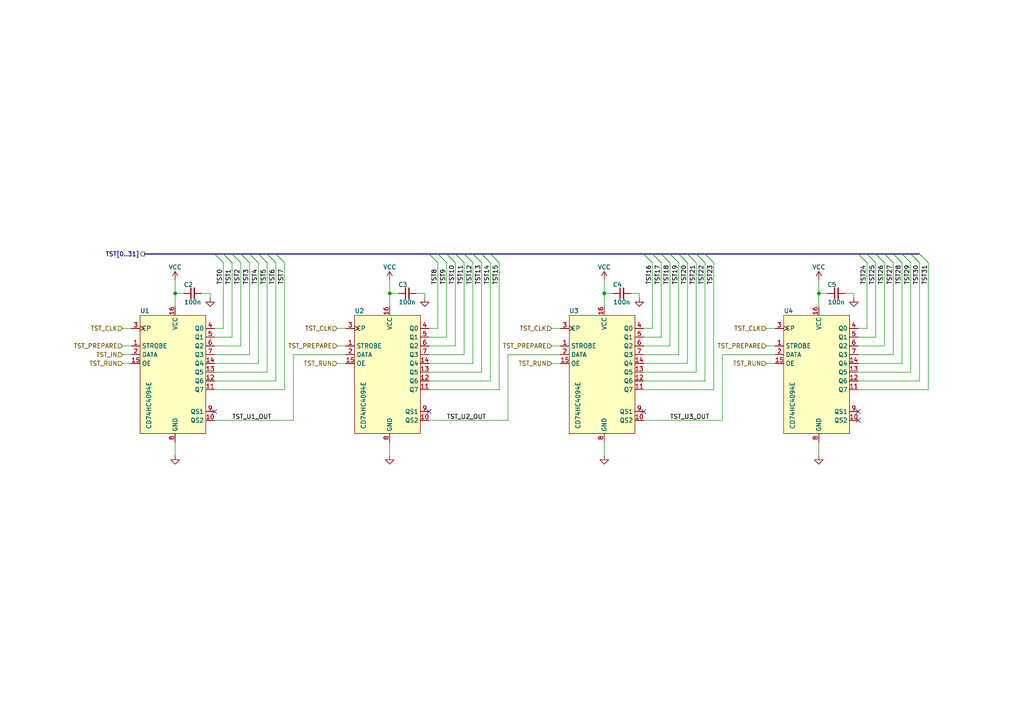
<source format=kicad_sch>
(kicad_sch (version 20211123) (generator eeschema)
  (paper "A4")
  (title_block (title "Test Input Circuit") (date "2022-12-15") (rev "0") (company "Microcode.io"))
  (lib_symbols
    (symbol "CustomParts:CD74HC4094E"
      (property "Reference" "U?" (at 2.0194 24.13 0))
      (property "Value" "CD74HC4094E" (at 2.0194 21.59 0))
      (symbol "CD74HC4094E_0_0"
        (pin input line (at -12.7 10.16 0) (length 2.54) (name "STROBE") (number "1"))
        (pin output line (at 11.43 -11.43 180) (length 2.54) (name "QS2") (number "10"))
        (pin output line (at 11.43 -2.54 180) (length 2.54) (name "Q7") (number "11"))
        (pin output line (at 11.43 0 180) (length 2.54) (name "Q6") (number "12"))
        (pin output line (at 11.43 2.54 180) (length 2.54) (name "Q5") (number "13"))
        (pin output line (at 11.43 5.08 180) (length 2.54) (name "Q4") (number "14"))
        (pin input line (at -12.7 5.08 0) (length 2.54) (name "OE") (number "15"))
        (pin power_in line (at 0 21.59 270) (length 2.54) (name "VCC") (number "16"))
        (pin input line (at -12.7 7.62 0) (length 2.54) (name "DATA") (number "2"))
        (pin input clock (at -12.7 15.24 0) (length 2.54) (name "CP") (number "3"))
        (pin output line (at 11.43 15.24 180) (length 2.54) (name "Q0") (number "4"))
        (pin output line (at 11.43 12.7 180) (length 2.54) (name "Q1") (number "5"))
        (pin output line (at 11.43 10.16 180) (length 2.54) (name "Q2") (number "6"))
        (pin output line (at 11.43 7.62 180) (length 2.54) (name "Q3") (number "7"))
        (pin power_out line (at 0 -17.78 90) (length 2.54) (name "GND") (number "8"))
        (pin output line (at 11.43 -8.89 180) (length 2.54) (name "QS1") (number "9"))
      )
      (symbol "CD74HC4094E_0_1"
        (rectangle (start 8.89 19.05) (end -10.16 -15.24) (fill (type background)))
      )
    )
    (symbol "Device:C_Small" (pin_numbers hide) (pin_names (offset 0.254) hide)
      (property "Reference" "C" (at 0.254 1.778 0))
      (property "Value" "C_Small" (at 0.254 -2.032 0))
      (symbol "C_Small_0_1"
        (polyline (pts (xy -1.524 -0.508) (xy 1.524 -0.508)) (stroke (width 0.3302)))
        (polyline (pts (xy -1.524 0.508) (xy 1.524 0.508)) (stroke (width 0.3048)))
      )
      (symbol "C_Small_1_1"
        (pin passive line (at 0 2.54 270) (length 2.032) (name "~") (number "1"))
        (pin passive line (at 0 -2.54 90) (length 2.032) (name "~") (number "2"))
      )
    )
    (symbol "power:GND" (power) (pin_names (offset 0))
      (property "Value" "GND" (at 0 -3.81 0))
      (symbol "GND_0_1"
        (polyline (pts (xy 0 0) (xy 0 -1.27) (xy 1.27 -1.27) (xy 0 -2.54) (xy -1.27 -1.27) (xy 0 -1.27)))
      )
      (symbol "GND_1_1"
        (pin power_in line (at 0 0 270) (length 0) hide (name "GND") (number "1"))
      )
    )
    (symbol "power:VCC" (power) (pin_names (offset 0))
      (property "Value" "VCC" (at 0 3.81 0))
      (symbol "VCC_0_1"
        (polyline (pts (xy -0.762 1.27) (xy 0 2.54)))
        (polyline (pts (xy 0 0) (xy 0 2.54)))
        (polyline (pts (xy 0 2.54) (xy 0.762 1.27)))
      )
      (symbol "VCC_1_1"
        (pin power_in line (at 0 0 90) (length 0) hide (name "VCC") (number "1"))
      )
    )
  )
  (junction (at 237.49 85.09))
  (junction (at 50.8 85.09))
  (junction (at 113.03 85.09))
  (junction (at 175.26 85.09))
  (no_connect (at 62.23 119.38))
  (no_connect (at 248.92 119.38))
  (no_connect (at 186.69 119.38))
  (no_connect (at 248.92 121.92))
  (no_connect (at 124.46 119.38))
  (bus_entry (at 132.08 76.2) (size -2.54 -2.54))
  (bus_entry (at 132.08 76.2) (size -2.54 -2.54))
  (bus_entry (at 251.46 76.2) (size -2.54 -2.54))
  (bus_entry (at 251.46 76.2) (size -2.54 -2.54))
  (bus_entry (at 137.16 76.2) (size -2.54 -2.54))
  (bus_entry (at 137.16 76.2) (size -2.54 -2.54))
  (bus_entry (at 254 76.2) (size -2.54 -2.54))
  (bus_entry (at 254 76.2) (size -2.54 -2.54))
  (bus_entry (at 82.55 76.2) (size -2.54 -2.54))
  (bus_entry (at 82.55 76.2) (size -2.54 -2.54))
  (bus_entry (at 269.24 76.2) (size -2.54 -2.54))
  (bus_entry (at 269.24 76.2) (size -2.54 -2.54))
  (bus_entry (at 129.54 76.2) (size -2.54 -2.54))
  (bus_entry (at 129.54 76.2) (size -2.54 -2.54))
  (bus_entry (at 194.31 76.2) (size -2.54 -2.54))
  (bus_entry (at 194.31 76.2) (size -2.54 -2.54))
  (bus_entry (at 127 76.2) (size -2.54 -2.54))
  (bus_entry (at 127 76.2) (size -2.54 -2.54))
  (bus_entry (at 201.93 76.2) (size -2.54 -2.54))
  (bus_entry (at 201.93 76.2) (size -2.54 -2.54))
  (bus_entry (at 189.23 76.2) (size -2.54 -2.54))
  (bus_entry (at 189.23 76.2) (size -2.54 -2.54))
  (bus_entry (at 67.31 76.2) (size -2.54 -2.54))
  (bus_entry (at 67.31 76.2) (size -2.54 -2.54))
  (bus_entry (at 259.08 76.2) (size -2.54 -2.54))
  (bus_entry (at 259.08 76.2) (size -2.54 -2.54))
  (bus_entry (at 264.16 76.2) (size -2.54 -2.54))
  (bus_entry (at 264.16 76.2) (size -2.54 -2.54))
  (bus_entry (at 77.47 76.2) (size -2.54 -2.54))
  (bus_entry (at 77.47 76.2) (size -2.54 -2.54))
  (bus_entry (at 134.62 76.2) (size -2.54 -2.54))
  (bus_entry (at 134.62 76.2) (size -2.54 -2.54))
  (bus_entry (at 191.77 76.2) (size -2.54 -2.54))
  (bus_entry (at 191.77 76.2) (size -2.54 -2.54))
  (bus_entry (at 199.39 76.2) (size -2.54 -2.54))
  (bus_entry (at 199.39 76.2) (size -2.54 -2.54))
  (bus_entry (at 196.85 76.2) (size -2.54 -2.54))
  (bus_entry (at 196.85 76.2) (size -2.54 -2.54))
  (bus_entry (at 207.01 76.2) (size -2.54 -2.54))
  (bus_entry (at 207.01 76.2) (size -2.54 -2.54))
  (bus_entry (at 142.24 76.2) (size -2.54 -2.54))
  (bus_entry (at 142.24 76.2) (size -2.54 -2.54))
  (bus_entry (at 72.39 76.2) (size -2.54 -2.54))
  (bus_entry (at 72.39 76.2) (size -2.54 -2.54))
  (bus_entry (at 256.54 76.2) (size -2.54 -2.54))
  (bus_entry (at 256.54 76.2) (size -2.54 -2.54))
  (bus_entry (at 74.93 76.2) (size -2.54 -2.54))
  (bus_entry (at 74.93 76.2) (size -2.54 -2.54))
  (bus_entry (at 69.85 76.2) (size -2.54 -2.54))
  (bus_entry (at 69.85 76.2) (size -2.54 -2.54))
  (bus_entry (at 204.47 76.2) (size -2.54 -2.54))
  (bus_entry (at 204.47 76.2) (size -2.54 -2.54))
  (bus_entry (at 144.78 76.2) (size -2.54 -2.54))
  (bus_entry (at 144.78 76.2) (size -2.54 -2.54))
  (bus_entry (at 266.7 76.2) (size -2.54 -2.54))
  (bus_entry (at 266.7 76.2) (size -2.54 -2.54))
  (bus_entry (at 139.7 76.2) (size -2.54 -2.54))
  (bus_entry (at 139.7 76.2) (size -2.54 -2.54))
  (bus_entry (at 80.01 76.2) (size -2.54 -2.54))
  (bus_entry (at 80.01 76.2) (size -2.54 -2.54))
  (bus_entry (at 64.77 76.2) (size -2.54 -2.54))
  (bus_entry (at 64.77 76.2) (size -2.54 -2.54))
  (bus_entry (at 261.62 76.2) (size -2.54 -2.54))
  (bus_entry (at 261.62 76.2) (size -2.54 -2.54))
  (wire (pts (xy 248.92 105.41) (xy 261.62 105.41)))
  (wire (pts (xy 248.92 110.49) (xy 266.7 110.49)))
  (wire (pts (xy 175.26 81.28) (xy 175.26 85.09)))
  (bus (pts (xy 254 73.66) (xy 256.54 73.66)))
  (wire (pts (xy 67.31 76.2) (xy 67.31 97.79)))
  (bus (pts (xy 186.69 73.66) (xy 189.23 73.66)))
  (wire (pts (xy 266.7 76.2) (xy 266.7 110.49)))
  (wire (pts (xy 50.8 85.09) (xy 50.8 88.9)))
  (wire (pts (xy 50.8 128.27) (xy 50.8 132.08)))
  (wire (pts (xy 62.23 107.95) (xy 77.47 107.95)))
  (bus (pts (xy 204.47 73.66) (xy 248.92 73.66)))
  (wire (pts (xy 196.85 76.2) (xy 196.85 102.87)))
  (wire (pts (xy 97.79 100.33) (xy 100.33 100.33)))
  (wire (pts (xy 248.92 97.79) (xy 254 97.79)))
  (wire (pts (xy 62.23 97.79) (xy 67.31 97.79)))
  (wire (pts (xy 175.26 128.27) (xy 175.26 132.08)))
  (wire (pts (xy 251.46 76.2) (xy 251.46 95.25)))
  (bus (pts (xy 191.77 73.66) (xy 194.31 73.66)))
  (wire (pts (xy 62.23 105.41) (xy 74.93 105.41)))
  (wire (pts (xy 113.03 128.27) (xy 113.03 132.08)))
  (wire (pts (xy 113.03 81.28) (xy 113.03 85.09)))
  (bus (pts (xy 127 73.66) (xy 129.54 73.66)))
  (wire (pts (xy 124.46 107.95) (xy 139.7 107.95)))
  (wire (pts (xy 147.32 121.92) (xy 147.32 102.87)))
  (wire (pts (xy 264.16 76.2) (xy 264.16 107.95)))
  (wire (pts (xy 62.23 102.87) (xy 72.39 102.87)))
  (wire (pts (xy 124.46 110.49) (xy 142.24 110.49)))
  (wire (pts (xy 186.69 105.41) (xy 199.39 105.41)))
  (bus (pts (xy 74.93 73.66) (xy 77.47 73.66)))
  (wire (pts (xy 222.25 100.33) (xy 224.79 100.33)))
  (wire (pts (xy 97.79 105.41) (xy 100.33 105.41)))
  (wire (pts (xy 248.92 102.87) (xy 259.08 102.87)))
  (wire (pts (xy 35.56 102.87) (xy 38.1 102.87)))
  (bus (pts (xy 261.62 73.66) (xy 264.16 73.66)))
  (wire (pts (xy 254 76.2) (xy 254 97.79)))
  (wire (pts (xy 35.56 100.33) (xy 38.1 100.33)))
  (wire (pts (xy 85.09 102.87) (xy 100.33 102.87)))
  (wire (pts (xy 50.8 81.28) (xy 50.8 85.09)))
  (wire (pts (xy 175.26 85.09) (xy 175.26 88.9)))
  (wire (pts (xy 247.65 85.09) (xy 247.65 86.36)))
  (bus (pts (xy 132.08 73.66) (xy 134.62 73.66)))
  (wire (pts (xy 245.11 85.09) (xy 247.65 85.09)))
  (wire (pts (xy 160.02 95.25) (xy 162.56 95.25)))
  (wire (pts (xy 201.93 76.2) (xy 201.93 107.95)))
  (wire (pts (xy 186.69 107.95) (xy 201.93 107.95)))
  (bus (pts (xy 264.16 73.66) (xy 266.7 73.66)))
  (wire (pts (xy 124.46 100.33) (xy 132.08 100.33)))
  (bus (pts (xy 72.39 73.66) (xy 74.93 73.66)))
  (wire (pts (xy 60.96 85.09) (xy 60.96 86.36)))
  (wire (pts (xy 186.69 100.33) (xy 194.31 100.33)))
  (wire (pts (xy 97.79 95.25) (xy 100.33 95.25)))
  (wire (pts (xy 127 76.2) (xy 127 95.25)))
  (bus (pts (xy 64.77 73.66) (xy 67.31 73.66)))
  (bus (pts (xy 248.92 73.66) (xy 251.46 73.66)))
  (wire (pts (xy 248.92 100.33) (xy 256.54 100.33)))
  (bus (pts (xy 62.23 73.66) (xy 64.77 73.66)))
  (wire (pts (xy 74.93 76.2) (xy 74.93 105.41)))
  (wire (pts (xy 124.46 102.87) (xy 134.62 102.87)))
  (wire (pts (xy 62.23 110.49) (xy 80.01 110.49)))
  (bus (pts (xy 189.23 73.66) (xy 191.77 73.66)))
  (wire (pts (xy 113.03 85.09) (xy 115.57 85.09)))
  (wire (pts (xy 191.77 76.2) (xy 191.77 97.79)))
  (wire (pts (xy 69.85 76.2) (xy 69.85 100.33)))
  (bus (pts (xy 259.08 73.66) (xy 261.62 73.66)))
  (wire (pts (xy 248.92 107.95) (xy 264.16 107.95)))
  (bus (pts (xy 199.39 73.66) (xy 201.93 73.66)))
  (wire (pts (xy 80.01 76.2) (xy 80.01 110.49)))
  (wire (pts (xy 64.77 76.2) (xy 64.77 95.25)))
  (wire (pts (xy 62.23 121.92) (xy 85.09 121.92)))
  (wire (pts (xy 256.54 76.2) (xy 256.54 100.33)))
  (wire (pts (xy 129.54 76.2) (xy 129.54 97.79)))
  (bus (pts (xy 251.46 73.66) (xy 254 73.66)))
  (wire (pts (xy 185.42 85.09) (xy 185.42 86.36)))
  (bus (pts (xy 142.24 73.66) (xy 186.69 73.66)))
  (bus (pts (xy 67.31 73.66) (xy 69.85 73.66)))
  (wire (pts (xy 207.01 76.2) (xy 207.01 113.03)))
  (wire (pts (xy 222.25 95.25) (xy 224.79 95.25)))
  (wire (pts (xy 186.69 102.87) (xy 196.85 102.87)))
  (bus (pts (xy 256.54 73.66) (xy 259.08 73.66)))
  (wire (pts (xy 209.55 121.92) (xy 209.55 102.87)))
  (wire (pts (xy 77.47 76.2) (xy 77.47 107.95)))
  (wire (pts (xy 139.7 76.2) (xy 139.7 107.95)))
  (wire (pts (xy 147.32 102.87) (xy 162.56 102.87)))
  (bus (pts (xy 134.62 73.66) (xy 137.16 73.66)))
  (wire (pts (xy 82.55 76.2) (xy 82.55 113.03)))
  (wire (pts (xy 222.25 105.41) (xy 224.79 105.41)))
  (wire (pts (xy 85.09 121.92) (xy 85.09 102.87)))
  (wire (pts (xy 248.92 113.03) (xy 269.24 113.03)))
  (wire (pts (xy 124.46 97.79) (xy 129.54 97.79)))
  (wire (pts (xy 137.16 76.2) (xy 137.16 105.41)))
  (wire (pts (xy 132.08 76.2) (xy 132.08 100.33)))
  (bus (pts (xy 41.91 73.66) (xy 62.23 73.66)))
  (bus (pts (xy 124.46 73.66) (xy 127 73.66)))
  (wire (pts (xy 237.49 85.09) (xy 237.49 88.9)))
  (wire (pts (xy 209.55 102.87) (xy 224.79 102.87)))
  (wire (pts (xy 62.23 95.25) (xy 64.77 95.25)))
  (wire (pts (xy 124.46 105.41) (xy 137.16 105.41)))
  (wire (pts (xy 194.31 76.2) (xy 194.31 100.33)))
  (wire (pts (xy 186.69 110.49) (xy 204.47 110.49)))
  (wire (pts (xy 35.56 105.41) (xy 38.1 105.41)))
  (wire (pts (xy 175.26 85.09) (xy 177.8 85.09)))
  (bus (pts (xy 137.16 73.66) (xy 139.7 73.66)))
  (wire (pts (xy 123.19 85.09) (xy 123.19 86.36)))
  (wire (pts (xy 248.92 95.25) (xy 251.46 95.25)))
  (wire (pts (xy 134.62 76.2) (xy 134.62 102.87)))
  (wire (pts (xy 72.39 76.2) (xy 72.39 102.87)))
  (wire (pts (xy 186.69 95.25) (xy 189.23 95.25)))
  (wire (pts (xy 124.46 95.25) (xy 127 95.25)))
  (bus (pts (xy 139.7 73.66) (xy 142.24 73.66)))
  (wire (pts (xy 113.03 85.09) (xy 113.03 88.9)))
  (wire (pts (xy 35.56 95.25) (xy 38.1 95.25)))
  (wire (pts (xy 186.69 113.03) (xy 207.01 113.03)))
  (wire (pts (xy 186.69 121.92) (xy 209.55 121.92)))
  (wire (pts (xy 62.23 100.33) (xy 69.85 100.33)))
  (wire (pts (xy 189.23 76.2) (xy 189.23 95.25)))
  (wire (pts (xy 120.65 85.09) (xy 123.19 85.09)))
  (wire (pts (xy 199.39 76.2) (xy 199.39 105.41)))
  (wire (pts (xy 62.23 113.03) (xy 82.55 113.03)))
  (wire (pts (xy 182.88 85.09) (xy 185.42 85.09)))
  (bus (pts (xy 196.85 73.66) (xy 199.39 73.66)))
  (wire (pts (xy 186.69 97.79) (xy 191.77 97.79)))
  (wire (pts (xy 124.46 121.92) (xy 147.32 121.92)))
  (bus (pts (xy 69.85 73.66) (xy 72.39 73.66)))
  (wire (pts (xy 269.24 76.2) (xy 269.24 113.03)))
  (wire (pts (xy 124.46 113.03) (xy 144.78 113.03)))
  (wire (pts (xy 237.49 128.27) (xy 237.49 132.08)))
  (bus (pts (xy 77.47 73.66) (xy 80.01 73.66)))
  (wire (pts (xy 261.62 76.2) (xy 261.62 105.41)))
  (wire (pts (xy 160.02 105.41) (xy 162.56 105.41)))
  (wire (pts (xy 237.49 81.28) (xy 237.49 85.09)))
  (wire (pts (xy 259.08 76.2) (xy 259.08 102.87)))
  (wire (pts (xy 58.42 85.09) (xy 60.96 85.09)))
  (bus (pts (xy 201.93 73.66) (xy 204.47 73.66)))
  (wire (pts (xy 160.02 100.33) (xy 162.56 100.33)))
  (wire (pts (xy 50.8 85.09) (xy 53.34 85.09)))
  (bus (pts (xy 194.31 73.66) (xy 196.85 73.66)))
  (bus (pts (xy 80.01 73.66) (xy 124.46 73.66)))
  (wire (pts (xy 237.49 85.09) (xy 240.03 85.09)))
  (wire (pts (xy 204.47 76.2) (xy 204.47 110.49)))
  (wire (pts (xy 142.24 76.2) (xy 142.24 110.49)))
  (bus (pts (xy 129.54 73.66) (xy 132.08 73.66)))
  (wire (pts (xy 144.78 76.2) (xy 144.78 113.03)))
  (label "TST24" (at 251.46 82.55 90))
  (label "TST24" (at 251.46 82.55 90))
  (label "TST21" (at 201.93 82.55 90))
  (label "TST21" (at 201.93 82.55 90))
  (label "TST31" (at 269.24 82.55 90))
  (label "TST31" (at 269.24 82.55 90))
  (label "TST6" (at 80.01 82.55 90))
  (label "TST6" (at 80.01 82.55 90))
  (label "TST29" (at 264.16 82.55 90))
  (label "TST29" (at 264.16 82.55 90))
  (label "TST28" (at 261.62 82.55 90))
  (label "TST28" (at 261.62 82.55 90))
  (label "TST26" (at 256.54 82.55 90))
  (label "TST26" (at 256.54 82.55 90))
  (label "TST1" (at 67.31 82.55 90))
  (label "TST1" (at 67.31 82.55 90))
  (label "TST18" (at 194.31 82.55 90))
  (label "TST18" (at 194.31 82.55 90))
  (label "TST4" (at 74.93 82.55 90))
  (label "TST4" (at 74.93 82.55 90))
  (label "TST23" (at 207.01 82.55 90))
  (label "TST23" (at 207.01 82.55 90))
  (label "TST7" (at 82.55 82.55 90))
  (label "TST7" (at 82.55 82.55 90))
  (label "TST16" (at 189.23 82.55 90))
  (label "TST16" (at 189.23 82.55 90))
  (label "TST0" (at 64.77 82.55 90))
  (label "TST0" (at 64.77 82.55 90))
  (label "TST15" (at 144.78 82.55 90))
  (label "TST15" (at 144.78 82.55 90))
  (label "TST25" (at 254 82.55 90))
  (label "TST25" (at 254 82.55 90))
  (label "TST3" (at 72.39 82.55 90))
  (label "TST3" (at 72.39 82.55 90))
  (label "TST12" (at 137.16 82.55 90))
  (label "TST12" (at 137.16 82.55 90))
  (label "TST_U2_OUT" (at 129.54 121.92 0))
  (label "TST_U2_OUT" (at 129.54 121.92 0))
  (label "TST30" (at 266.7 82.55 90))
  (label "TST30" (at 266.7 82.55 90))
  (label "TST_U3_OUT" (at 194.31 121.92 0))
  (label "TST_U3_OUT" (at 194.31 121.92 0))
  (label "TST13" (at 139.7 82.55 90))
  (label "TST13" (at 139.7 82.55 90))
  (label "TST22" (at 204.47 82.55 90))
  (label "TST22" (at 204.47 82.55 90))
  (label "TST11" (at 134.62 82.55 90))
  (label "TST11" (at 134.62 82.55 90))
  (label "TST10" (at 132.08 82.55 90))
  (label "TST10" (at 132.08 82.55 90))
  (label "TST17" (at 191.77 82.55 90))
  (label "TST17" (at 191.77 82.55 90))
  (label "TST27" (at 259.08 82.55 90))
  (label "TST27" (at 259.08 82.55 90))
  (label "TST2" (at 69.85 82.55 90))
  (label "TST2" (at 69.85 82.55 90))
  (label "TST14" (at 142.24 82.55 90))
  (label "TST14" (at 142.24 82.55 90))
  (label "TST9" (at 129.54 82.55 90))
  (label "TST9" (at 129.54 82.55 90))
  (label "TST20" (at 199.39 82.55 90))
  (label "TST20" (at 199.39 82.55 90))
  (label "TST19" (at 196.85 82.55 90))
  (label "TST19" (at 196.85 82.55 90))
  (label "TST_U1_OUT" (at 67.31 121.92 0))
  (label "TST_U1_OUT" (at 67.31 121.92 0))
  (label "TST8" (at 127 82.55 90))
  (label "TST8" (at 127 82.55 90))
  (label "TST5" (at 77.47 82.55 90))
  (label "TST5" (at 77.47 82.55 90))
  (hierarchical_label "TST_CLK" (shape input) (at 222.25 95.25 180))
  (hierarchical_label "TST_CLK" (shape input) (at 222.25 95.25 180))
  (hierarchical_label "TST_RUN" (shape input) (at 222.25 105.41 180))
  (hierarchical_label "TST_RUN" (shape input) (at 222.25 105.41 180))
  (hierarchical_label "TST_PREPARE" (shape input) (at 222.25 100.33 180))
  (hierarchical_label "TST_PREPARE" (shape input) (at 222.25 100.33 180))
  (hierarchical_label "TST_IN" (shape input) (at 35.56 102.87 180))
  (hierarchical_label "TST_IN" (shape input) (at 35.56 102.87 180))
  (hierarchical_label "TST_RUN" (shape input) (at 35.56 105.41 180))
  (hierarchical_label "TST_RUN" (shape input) (at 35.56 105.41 180))
  (hierarchical_label "TST[0..31]" (shape output) (at 41.91 73.66 180))
  (hierarchical_label "TST[0..31]" (shape output) (at 41.91 73.66 180))
  (hierarchical_label "TST_CLK" (shape input) (at 35.56 95.25 180))
  (hierarchical_label "TST_CLK" (shape input) (at 35.56 95.25 180))
  (hierarchical_label "TST_PREPARE" (shape input) (at 97.79 100.33 180))
  (hierarchical_label "TST_PREPARE" (shape input) (at 97.79 100.33 180))
  (hierarchical_label "TST_RUN" (shape input) (at 97.79 105.41 180))
  (hierarchical_label "TST_RUN" (shape input) (at 97.79 105.41 180))
  (hierarchical_label "TST_PREPARE" (shape input) (at 160.02 100.33 180))
  (hierarchical_label "TST_PREPARE" (shape input) (at 160.02 100.33 180))
  (hierarchical_label "TST_RUN" (shape input) (at 160.02 105.41 180))
  (hierarchical_label "TST_RUN" (shape input) (at 160.02 105.41 180))
  (hierarchical_label "TST_PREPARE" (shape input) (at 35.56 100.33 180))
  (hierarchical_label "TST_PREPARE" (shape input) (at 35.56 100.33 180))
  (hierarchical_label "TST_CLK" (shape input) (at 97.79 95.25 180))
  (hierarchical_label "TST_CLK" (shape input) (at 97.79 95.25 180))
  (hierarchical_label "TST_CLK" (shape input) (at 160.02 95.25 180))
  (hierarchical_label "TST_CLK" (shape input) (at 160.02 95.25 180))
  (symbol (lib_id "CustomParts:CD74HC4094E") (at 50.8 110.49 0) (unit 1)
    (property "Reference" "U1" (at 40.64 90.17 0) (effects (justify left)))
    (property "Value" "CD74HC4094E" (at 43.18 124.46 90) (effects (justify left)))
    (property "Footprint" "Package_DIP:DIP-16_W7.62mm_Socket" (effects hide))
    (property "Datasheet" "https://www.ti.com/lit/ds/symlink/cd74hct4094.pdf" (effects hide))
  )
  (symbol (lib_id "power:VCC") (at 50.8 81.28 0) (unit 1)
    (property "Reference" "#PWR05" (effects hide))
    (property "Value" "VCC" (at 50.8 77.47 0))
  )
  (symbol (lib_id "CustomParts:CD74HC4094E") (at 175.26 110.49 0) (unit 1)
    (property "Reference" "U3" (at 165.1 90.17 0) (effects (justify left)))
    (property "Value" "CD74HC4094E" (at 167.64 124.46 90) (effects (justify left)))
    (property "Footprint" "Package_DIP:DIP-16_W7.62mm_Socket" (effects hide))
    (property "Datasheet" "https://www.ti.com/lit/ds/symlink/cd74hct4094.pdf" (effects hide))
  )
  (symbol (lib_id "Device:C_Small") (at 242.57 85.09 90) (unit 1)
    (property "Reference" "C5" (at 241.3 82.55 90))
    (property "Value" "100n" (at 242.57 87.63 90))
    (property "Footprint" "Capacitor_SMD:C_1206_3216Metric_Pad1.33x1.80mm_HandSolder" (effects hide))
  )
  (symbol (lib_id "power:VCC") (at 237.49 81.28 0) (unit 1)
    (property "Reference" "#PWR014" (effects hide))
    (property "Value" "VCC" (at 237.49 77.47 0))
  )
  (symbol (lib_id "power:GND") (at 113.03 132.08 0) (unit 1)
    (property "Reference" "#PWR09" (effects hide))
    (property "Value" "GND" (effects hide))
  )
  (symbol (lib_id "power:GND") (at 247.65 86.36 0) (unit 1)
    (property "Reference" "#PWR016" (effects hide))
    (property "Value" "GND" (effects hide))
  )
  (symbol (lib_id "Device:C_Small") (at 180.34 85.09 90) (unit 1)
    (property "Reference" "C4" (at 179.07 82.55 90))
    (property "Value" "100n" (at 180.34 87.63 90))
    (property "Footprint" "Capacitor_SMD:C_1206_3216Metric_Pad1.33x1.80mm_HandSolder" (effects hide))
  )
  (symbol (lib_id "power:VCC") (at 175.26 81.28 0) (unit 1)
    (property "Reference" "#PWR011" (effects hide))
    (property "Value" "VCC" (at 175.26 77.47 0))
  )
  (symbol (lib_id "power:GND") (at 237.49 132.08 0) (unit 1)
    (property "Reference" "#PWR015" (effects hide))
    (property "Value" "GND" (effects hide))
  )
  (symbol (lib_id "power:GND") (at 60.96 86.36 0) (unit 1)
    (property "Reference" "#PWR07" (effects hide))
    (property "Value" "GND" (effects hide))
  )
  (symbol (lib_id "Device:C_Small") (at 118.11 85.09 90) (unit 1)
    (property "Reference" "C3" (at 116.84 82.55 90))
    (property "Value" "100n" (at 118.11 87.63 90))
    (property "Footprint" "Capacitor_SMD:C_1206_3216Metric_Pad1.33x1.80mm_HandSolder" (effects hide))
  )
  (symbol (lib_id "power:GND") (at 50.8 132.08 0) (unit 1)
    (property "Reference" "#PWR06" (effects hide))
    (property "Value" "GND" (effects hide))
  )
  (symbol (lib_id "power:GND") (at 123.19 86.36 0) (unit 1)
    (property "Reference" "#PWR010" (effects hide))
    (property "Value" "GND" (effects hide))
  )
  (symbol (lib_id "CustomParts:CD74HC4094E") (at 237.49 110.49 0) (unit 1)
    (property "Reference" "U4" (at 227.33 90.17 0) (effects (justify left)))
    (property "Value" "CD74HC4094E" (at 229.87 124.46 90) (effects (justify left)))
    (property "Footprint" "Package_DIP:DIP-16_W7.62mm_Socket" (effects hide))
    (property "Datasheet" "https://www.ti.com/lit/ds/symlink/cd74hct4094.pdf" (effects hide))
  )
  (symbol (lib_id "CustomParts:CD74HC4094E") (at 175.26 110.49 0) (unit 1)
    (property "Reference" "U3" (at 165.1 90.17 0) (effects (justify left)))
    (property "Value" "CD74HC4094E" (at 167.64 124.46 90) (effects (justify left)))
    (property "Footprint" "Package_DIP:DIP-16_W7.62mm_Socket" (effects hide))
    (property "Datasheet" "https://www.ti.com/lit/ds/symlink/cd74hct4094.pdf" (effects hide))
  )
  (symbol (lib_id "power:GND") (at 175.26 132.08 0) (unit 1)
    (property "Reference" "#PWR012" (effects hide))
    (property "Value" "GND" (effects hide))
  )
  (symbol (lib_id "power:VCC") (at 113.03 81.28 0) (unit 1)
    (property "Reference" "#PWR08" (effects hide))
    (property "Value" "VCC" (at 113.03 77.47 0))
  )
  (symbol (lib_id "Device:C_Small") (at 242.57 85.09 90) (unit 1)
    (property "Reference" "C5" (at 241.3 82.55 90))
    (property "Value" "100n" (at 242.57 87.63 90))
    (property "Footprint" "Capacitor_SMD:C_1206_3216Metric_Pad1.33x1.80mm_HandSolder" (effects hide))
  )
  (symbol (lib_id "Device:C_Small") (at 180.34 85.09 90) (unit 1)
    (property "Reference" "C4" (at 179.07 82.55 90))
    (property "Value" "100n" (at 180.34 87.63 90))
    (property "Footprint" "Capacitor_SMD:C_1206_3216Metric_Pad1.33x1.80mm_HandSolder" (effects hide))
  )
  (symbol (lib_id "power:GND") (at 113.03 132.08 0) (unit 1)
    (property "Reference" "#PWR09" (effects hide))
    (property "Value" "GND" (effects hide))
  )
  (symbol (lib_id "power:VCC") (at 175.26 81.28 0) (unit 1)
    (property "Reference" "#PWR011" (effects hide))
    (property "Value" "VCC" (at 175.26 77.47 0))
  )
  (symbol (lib_id "Device:C_Small") (at 55.88 85.09 90) (unit 1)
    (property "Reference" "C2" (at 54.61 82.55 90))
    (property "Value" "100n" (at 55.88 87.63 90))
    (property "Footprint" "Capacitor_SMD:C_1206_3216Metric_Pad1.33x1.80mm_HandSolder" (effects hide))
  )
  (symbol (lib_id "CustomParts:CD74HC4094E") (at 113.03 110.49 0) (unit 1)
    (property "Reference" "U2" (at 102.87 90.17 0) (effects (justify left)))
    (property "Value" "CD74HC4094E" (at 105.41 124.46 90) (effects (justify left)))
    (property "Footprint" "Package_DIP:DIP-16_W7.62mm_Socket" (effects hide))
    (property "Datasheet" "https://www.ti.com/lit/ds/symlink/cd74hct4094.pdf" (effects hide))
  )
  (symbol (lib_id "power:GND") (at 185.42 86.36 0) (unit 1)
    (property "Reference" "#PWR013" (effects hide))
    (property "Value" "GND" (effects hide))
  )
  (symbol (lib_id "power:GND") (at 185.42 86.36 0) (unit 1)
    (property "Reference" "#PWR013" (effects hide))
    (property "Value" "GND" (effects hide))
  )
  (symbol (lib_id "Device:C_Small") (at 55.88 85.09 90) (unit 1)
    (property "Reference" "C2" (at 54.61 82.55 90))
    (property "Value" "100n" (at 55.88 87.63 90))
    (property "Footprint" "Capacitor_SMD:C_1206_3216Metric_Pad1.33x1.80mm_HandSolder" (effects hide))
  )
  (symbol (lib_id "power:GND") (at 237.49 132.08 0) (unit 1)
    (property "Reference" "#PWR015" (effects hide))
    (property "Value" "GND" (effects hide))
  )
  (symbol (lib_id "power:GND") (at 50.8 132.08 0) (unit 1)
    (property "Reference" "#PWR06" (effects hide))
    (property "Value" "GND" (effects hide))
  )
  (symbol (lib_id "power:VCC") (at 237.49 81.28 0) (unit 1)
    (property "Reference" "#PWR014" (effects hide))
    (property "Value" "VCC" (at 237.49 77.47 0))
  )
  (symbol (lib_id "power:GND") (at 60.96 86.36 0) (unit 1)
    (property "Reference" "#PWR07" (effects hide))
    (property "Value" "GND" (effects hide))
  )
  (symbol (lib_id "CustomParts:CD74HC4094E") (at 237.49 110.49 0) (unit 1)
    (property "Reference" "U4" (at 227.33 90.17 0) (effects (justify left)))
    (property "Value" "CD74HC4094E" (at 229.87 124.46 90) (effects (justify left)))
    (property "Footprint" "Package_DIP:DIP-16_W7.62mm_Socket" (effects hide))
    (property "Datasheet" "https://www.ti.com/lit/ds/symlink/cd74hct4094.pdf" (effects hide))
  )
  (symbol (lib_id "power:GND") (at 123.19 86.36 0) (unit 1)
    (property "Reference" "#PWR010" (effects hide))
    (property "Value" "GND" (effects hide))
  )
  (symbol (lib_id "power:VCC") (at 50.8 81.28 0) (unit 1)
    (property "Reference" "#PWR05" (effects hide))
    (property "Value" "VCC" (at 50.8 77.47 0))
  )
  (symbol (lib_id "power:GND") (at 247.65 86.36 0) (unit 1)
    (property "Reference" "#PWR016" (effects hide))
    (property "Value" "GND" (effects hide))
  )
  (symbol (lib_id "power:VCC") (at 113.03 81.28 0) (unit 1)
    (property "Reference" "#PWR08" (effects hide))
    (property "Value" "VCC" (at 113.03 77.47 0))
  )
  (symbol (lib_id "CustomParts:CD74HC4094E") (at 113.03 110.49 0) (unit 1)
    (property "Reference" "U2" (at 102.87 90.17 0) (effects (justify left)))
    (property "Value" "CD74HC4094E" (at 105.41 124.46 90) (effects (justify left)))
    (property "Footprint" "Package_DIP:DIP-16_W7.62mm_Socket" (effects hide))
    (property "Datasheet" "https://www.ti.com/lit/ds/symlink/cd74hct4094.pdf" (effects hide))
  )
  (symbol (lib_id "power:GND") (at 175.26 132.08 0) (unit 1)
    (property "Reference" "#PWR012" (effects hide))
    (property "Value" "GND" (effects hide))
  )
  (symbol (lib_id "CustomParts:CD74HC4094E") (at 50.8 110.49 0) (unit 1)
    (property "Reference" "U1" (at 40.64 90.17 0) (effects (justify left)))
    (property "Value" "CD74HC4094E" (at 43.18 124.46 90) (effects (justify left)))
    (property "Footprint" "Package_DIP:DIP-16_W7.62mm_Socket" (effects hide))
    (property "Datasheet" "https://www.ti.com/lit/ds/symlink/cd74hct4094.pdf" (effects hide))
  )
  (symbol (lib_id "Device:C_Small") (at 118.11 85.09 90) (unit 1)
    (property "Reference" "C3" (at 116.84 82.55 90))
    (property "Value" "100n" (at 118.11 87.63 90))
    (property "Footprint" "Capacitor_SMD:C_1206_3216Metric_Pad1.33x1.80mm_HandSolder" (effects hide))
  )
)
</source>
